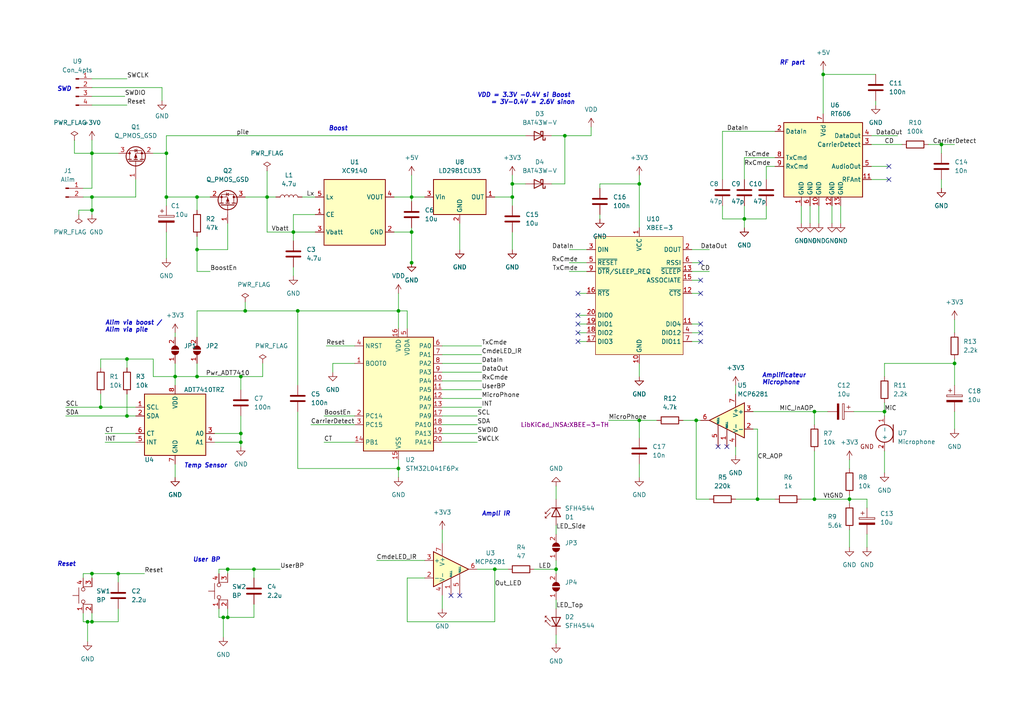
<source format=kicad_sch>
(kicad_sch (version 20211123) (generator eeschema)
  (paper "A4")
  (junction (at 161.29 165.1))
  (junction (at 115.57 135.89))
  (junction (at 201.93 121.92))
  (junction (at 36.83 120.65))
  (junction (at 236.22 119.38))
  (junction (at 69.85 128.27))
  (junction (at 29.21 118.11))
  (junction (at 57.15 57.15))
  (junction (at 119.38 67.31))
  (junction (at 236.22 144.78))
  (junction (at 26.67 180.34))
  (junction (at 119.38 76.2))
  (junction (at 73.66 165.1))
  (junction (at 69.85 125.73))
  (junction (at 66.04 179.07))
  (junction (at 48.26 44.45))
  (junction (at 163.83 39.37))
  (junction (at 143.51 165.1))
  (junction (at 26.67 166.37))
  (junction (at 276.86 105.41))
  (junction (at 115.57 90.17))
  (junction (at 71.12 90.17))
  (junction (at 48.26 57.15))
  (junction (at 238.76 21.59))
  (junction (at 26.67 60.96))
  (junction (at 26.67 57.15))
  (junction (at 57.15 72.39))
  (junction (at 69.85 109.22))
  (junction (at 34.29 166.37))
  (junction (at 148.59 53.34))
  (junction (at 85.09 67.31))
  (junction (at 57.15 109.22))
  (junction (at 36.83 104.14))
  (junction (at 185.42 121.92))
  (junction (at 215.9 63.5))
  (junction (at 66.04 165.1))
  (junction (at 185.42 53.34))
  (junction (at 246.38 144.78))
  (junction (at 25.4 180.34))
  (junction (at 256.54 119.38))
  (junction (at 273.05 41.91))
  (junction (at 50.8 109.22))
  (junction (at 119.38 57.15))
  (junction (at 64.77 179.07))
  (junction (at 86.36 90.17))
  (junction (at 148.59 57.15))
  (junction (at 77.47 57.15))
  (junction (at 26.67 44.45))
  (junction (at 219.71 144.78))
  (no_connect (at 257.81 48.26))
  (no_connect (at 257.81 52.07))
  (no_connect (at 210.82 129.54))
  (no_connect (at 208.28 129.54))
  (no_connect (at 130.81 172.72))
  (no_connect (at 133.35 172.72))
  (no_connect (at 203.2 76.2))
  (no_connect (at 203.2 85.09))
  (no_connect (at 203.2 81.28))
  (no_connect (at 167.64 85.09))
  (no_connect (at 167.64 91.44))
  (no_connect (at 203.2 93.98))
  (no_connect (at 203.2 96.52))
  (no_connect (at 203.2 99.06))
  (no_connect (at 167.64 93.98))
  (no_connect (at 167.64 96.52))
  (no_connect (at 167.64 99.06))
  (wire (pts (xy 19.05 118.11) (xy 29.21 118.11)))
  (wire (pts (xy 66.04 64.77) (xy 66.04 72.39)))
  (wire (pts (xy 86.36 90.17) (xy 71.12 90.17)))
  (wire (pts (xy 69.85 120.65) (xy 69.85 125.73)))
  (wire (pts (xy 44.45 44.45) (xy 48.26 44.45)))
  (wire (pts (xy 119.38 66.04) (xy 119.38 67.31)))
  (wire (pts (xy 62.23 125.73) (xy 69.85 125.73)))
  (wire (pts (xy 201.93 121.92) (xy 201.93 144.78)))
  (wire (pts (xy 163.83 39.37) (xy 171.45 39.37)))
  (wire (pts (xy 115.57 135.89) (xy 115.57 138.43)))
  (wire (pts (xy 241.3 59.69) (xy 241.3 64.77)))
  (wire (pts (xy 256.54 105.41) (xy 256.54 109.22)))
  (wire (pts (xy 93.98 120.65) (xy 102.87 120.65)))
  (wire (pts (xy 276.86 104.14) (xy 276.86 105.41)))
  (wire (pts (xy 24.13 177.8) (xy 24.13 180.34)))
  (wire (pts (xy 26.67 57.15) (xy 26.67 60.96)))
  (wire (pts (xy 173.99 62.23) (xy 173.99 63.5)))
  (wire (pts (xy 123.19 167.64) (xy 118.11 167.64)))
  (wire (pts (xy 115.57 90.17) (xy 115.57 95.25)))
  (wire (pts (xy 25.4 180.34) (xy 25.4 186.055)))
  (wire (pts (xy 138.43 165.1) (xy 143.51 165.1)))
  (wire (pts (xy 252.73 41.91) (xy 261.62 41.91)))
  (wire (pts (xy 73.66 165.1) (xy 81.28 165.1)))
  (wire (pts (xy 26.67 177.8) (xy 26.67 180.34)))
  (wire (pts (xy 213.36 111.76) (xy 213.36 114.3)))
  (wire (pts (xy 19.05 120.65) (xy 36.83 120.65)))
  (wire (pts (xy 252.73 52.07) (xy 257.81 52.07)))
  (wire (pts (xy 26.67 166.37) (xy 26.67 167.64)))
  (wire (pts (xy 236.22 119.38) (xy 240.03 119.38)))
  (wire (pts (xy 232.41 144.78) (xy 236.22 144.78)))
  (wire (pts (xy 128.27 105.41) (xy 139.7 105.41)))
  (wire (pts (xy 185.42 105.41) (xy 185.42 109.22)))
  (wire (pts (xy 200.66 81.28) (xy 203.2 81.28)))
  (wire (pts (xy 143.51 165.1) (xy 147.32 165.1)))
  (wire (pts (xy 50.8 105.41) (xy 50.8 109.22)))
  (wire (pts (xy 34.29 166.37) (xy 34.29 168.91)))
  (wire (pts (xy 96.52 105.41) (xy 96.52 107.95)))
  (wire (pts (xy 251.46 144.78) (xy 251.46 147.32)))
  (wire (pts (xy 200.66 99.06) (xy 203.2 99.06)))
  (wire (pts (xy 219.71 124.46) (xy 219.71 144.78)))
  (wire (pts (xy 238.76 20.32) (xy 238.76 21.59)))
  (wire (pts (xy 48.26 67.31) (xy 48.26 74.93)))
  (wire (pts (xy 71.12 90.17) (xy 57.15 90.17)))
  (wire (pts (xy 69.85 125.73) (xy 69.85 128.27)))
  (wire (pts (xy 200.66 85.09) (xy 203.2 85.09)))
  (wire (pts (xy 29.21 118.11) (xy 39.37 118.11)))
  (wire (pts (xy 209.55 38.1) (xy 209.55 52.07)))
  (wire (pts (xy 48.26 44.45) (xy 48.26 39.37)))
  (wire (pts (xy 46.99 25.4) (xy 46.99 29.21)))
  (wire (pts (xy 128.27 172.72) (xy 128.27 176.53)))
  (wire (pts (xy 276.86 92.71) (xy 276.86 96.52)))
  (wire (pts (xy 232.41 59.69) (xy 232.41 64.77)))
  (wire (pts (xy 50.8 109.22) (xy 57.15 109.22)))
  (wire (pts (xy 24.13 167.64) (xy 24.13 166.37)))
  (wire (pts (xy 26.67 22.86) (xy 36.83 22.86)))
  (wire (pts (xy 161.29 140.97) (xy 161.29 144.78)))
  (wire (pts (xy 236.22 144.78) (xy 246.38 144.78)))
  (wire (pts (xy 128.27 113.03) (xy 139.7 113.03)))
  (wire (pts (xy 185.42 53.34) (xy 185.42 66.04)))
  (wire (pts (xy 91.44 62.23) (xy 85.09 62.23)))
  (wire (pts (xy 69.85 109.22) (xy 76.2 109.22)))
  (wire (pts (xy 224.79 38.1) (xy 209.55 38.1)))
  (wire (pts (xy 215.9 45.72) (xy 215.9 52.07)))
  (wire (pts (xy 148.59 67.31) (xy 148.59 72.39)))
  (wire (pts (xy 69.85 128.27) (xy 69.85 129.54)))
  (wire (pts (xy 66.04 165.1) (xy 73.66 165.1)))
  (wire (pts (xy 246.38 133.35) (xy 246.38 135.89)))
  (wire (pts (xy 71.12 87.63) (xy 71.12 90.17)))
  (wire (pts (xy 198.12 121.92) (xy 201.93 121.92)))
  (wire (pts (xy 57.15 90.17) (xy 57.15 97.79)))
  (wire (pts (xy 256.54 119.38) (xy 256.54 120.65)))
  (wire (pts (xy 200.66 93.98) (xy 203.2 93.98)))
  (wire (pts (xy 167.64 85.09) (xy 170.18 85.09)))
  (wire (pts (xy 238.76 21.59) (xy 254 21.59)))
  (wire (pts (xy 201.93 144.78) (xy 205.74 144.78)))
  (wire (pts (xy 30.48 125.73) (xy 39.37 125.73)))
  (wire (pts (xy 167.64 99.06) (xy 170.18 99.06)))
  (wire (pts (xy 48.26 57.15) (xy 57.15 57.15)))
  (wire (pts (xy 276.86 119.38) (xy 276.86 124.46)))
  (wire (pts (xy 246.38 144.78) (xy 246.38 146.05)))
  (wire (pts (xy 34.29 166.37) (xy 41.91 166.37)))
  (wire (pts (xy 173.99 54.61) (xy 173.99 53.34)))
  (wire (pts (xy 224.79 48.26) (xy 222.25 48.26)))
  (wire (pts (xy 246.38 143.51) (xy 246.38 144.78)))
  (wire (pts (xy 57.15 57.15) (xy 57.15 60.96)))
  (wire (pts (xy 85.09 77.47) (xy 85.09 80.01)))
  (wire (pts (xy 254 29.21) (xy 254 30.48)))
  (wire (pts (xy 29.21 104.14) (xy 36.83 104.14)))
  (wire (pts (xy 119.38 67.31) (xy 119.38 76.2)))
  (wire (pts (xy 200.66 76.2) (xy 203.2 76.2)))
  (wire (pts (xy 215.9 63.5) (xy 222.25 63.5)))
  (wire (pts (xy 252.73 48.26) (xy 257.81 48.26)))
  (wire (pts (xy 29.21 106.68) (xy 29.21 104.14)))
  (wire (pts (xy 200.66 96.52) (xy 203.2 96.52)))
  (wire (pts (xy 171.45 36.83) (xy 171.45 39.37)))
  (wire (pts (xy 185.42 121.92) (xy 190.5 121.92)))
  (wire (pts (xy 128.27 123.19) (xy 138.43 123.19)))
  (wire (pts (xy 160.02 53.34) (xy 163.83 53.34)))
  (wire (pts (xy 256.54 105.41) (xy 276.86 105.41)))
  (wire (pts (xy 115.57 90.17) (xy 86.36 90.17)))
  (wire (pts (xy 209.55 59.69) (xy 209.55 63.5)))
  (wire (pts (xy 26.67 44.45) (xy 26.67 54.61)))
  (wire (pts (xy 218.44 124.46) (xy 219.71 124.46)))
  (wire (pts (xy 76.2 105.41) (xy 76.2 109.22)))
  (wire (pts (xy 273.05 41.91) (xy 276.86 41.91)))
  (wire (pts (xy 203.2 121.92) (xy 201.93 121.92)))
  (wire (pts (xy 66.04 165.1) (xy 66.04 166.37)))
  (wire (pts (xy 87.63 57.15) (xy 91.44 57.15)))
  (wire (pts (xy 115.57 133.35) (xy 115.57 135.89)))
  (wire (pts (xy 57.15 109.22) (xy 69.85 109.22)))
  (wire (pts (xy 86.36 135.89) (xy 115.57 135.89)))
  (wire (pts (xy 238.76 21.59) (xy 238.76 33.02)))
  (wire (pts (xy 246.38 144.78) (xy 251.46 144.78)))
  (wire (pts (xy 128.27 102.87) (xy 139.7 102.87)))
  (wire (pts (xy 50.8 109.22) (xy 44.45 109.22)))
  (wire (pts (xy 246.38 153.67) (xy 246.38 158.75)))
  (wire (pts (xy 161.29 152.4) (xy 161.29 154.94)))
  (wire (pts (xy 247.65 119.38) (xy 256.54 119.38)))
  (wire (pts (xy 24.13 54.61) (xy 26.67 54.61)))
  (wire (pts (xy 143.51 57.15) (xy 148.59 57.15)))
  (wire (pts (xy 118.11 90.17) (xy 115.57 90.17)))
  (wire (pts (xy 185.42 50.8) (xy 185.42 53.34)))
  (wire (pts (xy 36.83 114.3) (xy 36.83 120.65)))
  (wire (pts (xy 167.64 91.44) (xy 170.18 91.44)))
  (wire (pts (xy 24.13 166.37) (xy 26.67 166.37)))
  (wire (pts (xy 39.37 52.07) (xy 39.37 57.15)))
  (wire (pts (xy 128.27 100.33) (xy 139.7 100.33)))
  (wire (pts (xy 252.73 39.37) (xy 260.35 39.37)))
  (wire (pts (xy 215.9 63.5) (xy 215.9 66.04)))
  (wire (pts (xy 25.4 180.34) (xy 26.67 180.34)))
  (wire (pts (xy 34.29 176.53) (xy 34.29 180.34)))
  (wire (pts (xy 161.29 184.15) (xy 161.29 186.69)))
  (wire (pts (xy 26.67 44.45) (xy 34.29 44.45)))
  (wire (pts (xy 167.64 96.52) (xy 170.18 96.52)))
  (wire (pts (xy 30.48 128.27) (xy 39.37 128.27)))
  (wire (pts (xy 165.1 78.74) (xy 170.18 78.74)))
  (wire (pts (xy 57.15 105.41) (xy 57.15 109.22)))
  (wire (pts (xy 63.5 179.07) (xy 64.77 179.07)))
  (wire (pts (xy 24.13 180.34) (xy 25.4 180.34)))
  (wire (pts (xy 114.3 67.31) (xy 119.38 67.31)))
  (wire (pts (xy 26.67 60.96) (xy 26.67 62.23)))
  (wire (pts (xy 128.27 128.27) (xy 138.43 128.27)))
  (wire (pts (xy 273.05 41.91) (xy 273.05 44.45)))
  (wire (pts (xy 26.67 25.4) (xy 46.99 25.4)))
  (wire (pts (xy 69.85 109.22) (xy 69.85 113.03)))
  (wire (pts (xy 148.59 53.34) (xy 152.4 53.34)))
  (wire (pts (xy 213.36 144.78) (xy 219.71 144.78)))
  (wire (pts (xy 236.22 130.81) (xy 236.22 144.78)))
  (wire (pts (xy 234.95 59.69) (xy 234.95 64.77)))
  (wire (pts (xy 66.04 72.39) (xy 57.15 72.39)))
  (wire (pts (xy 222.25 59.69) (xy 222.25 63.5)))
  (wire (pts (xy 128.27 107.95) (xy 139.7 107.95)))
  (wire (pts (xy 93.98 128.27) (xy 102.87 128.27)))
  (wire (pts (xy 185.42 134.62) (xy 185.42 138.43)))
  (wire (pts (xy 44.45 104.14) (xy 36.83 104.14)))
  (wire (pts (xy 57.15 68.58) (xy 57.15 72.39)))
  (wire (pts (xy 86.36 119.38) (xy 86.36 135.89)))
  (wire (pts (xy 85.09 62.23) (xy 85.09 67.31)))
  (wire (pts (xy 163.83 39.37) (xy 163.83 53.34)))
  (wire (pts (xy 86.36 90.17) (xy 86.36 111.76)))
  (wire (pts (xy 63.5 165.1) (xy 66.04 165.1)))
  (wire (pts (xy 176.53 121.92) (xy 185.42 121.92)))
  (wire (pts (xy 128.27 118.11) (xy 139.7 118.11)))
  (wire (pts (xy 118.11 95.25) (xy 118.11 90.17)))
  (wire (pts (xy 133.35 64.77) (xy 133.35 72.39)))
  (wire (pts (xy 128.27 125.73) (xy 138.43 125.73)))
  (wire (pts (xy 154.94 165.1) (xy 161.29 165.1)))
  (wire (pts (xy 36.83 104.14) (xy 36.83 106.68)))
  (wire (pts (xy 148.59 50.8) (xy 148.59 53.34)))
  (wire (pts (xy 256.54 116.84) (xy 256.54 119.38)))
  (wire (pts (xy 22.86 62.23) (xy 22.86 60.96)))
  (wire (pts (xy 161.29 165.1) (xy 161.29 166.37)))
  (wire (pts (xy 50.8 134.62) (xy 50.8 138.43)))
  (wire (pts (xy 200.66 72.39) (xy 205.74 72.39)))
  (wire (pts (xy 224.79 45.72) (xy 215.9 45.72)))
  (wire (pts (xy 273.05 52.07) (xy 273.05 54.61)))
  (wire (pts (xy 96.52 105.41) (xy 102.87 105.41)))
  (wire (pts (xy 119.38 50.8) (xy 119.38 57.15)))
  (wire (pts (xy 165.1 72.39) (xy 170.18 72.39)))
  (wire (pts (xy 85.09 67.31) (xy 91.44 67.31)))
  (wire (pts (xy 148.59 53.34) (xy 148.59 57.15)))
  (wire (pts (xy 128.27 110.49) (xy 139.7 110.49)))
  (wire (pts (xy 24.13 57.15) (xy 26.67 57.15)))
  (wire (pts (xy 66.04 176.53) (xy 66.04 179.07)))
  (wire (pts (xy 63.5 176.53) (xy 63.5 179.07)))
  (wire (pts (xy 115.57 85.09) (xy 115.57 90.17)))
  (wire (pts (xy 48.26 39.37) (xy 152.4 39.37)))
  (wire (pts (xy 161.29 162.56) (xy 161.29 165.1)))
  (wire (pts (xy 114.3 57.15) (xy 119.38 57.15)))
  (wire (pts (xy 50.8 109.22) (xy 50.8 111.76)))
  (wire (pts (xy 73.66 165.1) (xy 73.66 167.64)))
  (wire (pts (xy 26.67 30.48) (xy 36.83 30.48)))
  (wire (pts (xy 26.67 57.15) (xy 39.37 57.15)))
  (wire (pts (xy 64.77 179.07) (xy 66.04 179.07)))
  (wire (pts (xy 118.11 167.64) (xy 118.11 180.34)))
  (wire (pts (xy 22.86 60.96) (xy 26.67 60.96)))
  (wire (pts (xy 237.49 59.69) (xy 237.49 64.77)))
  (wire (pts (xy 165.1 76.2) (xy 170.18 76.2)))
  (wire (pts (xy 77.47 57.15) (xy 77.47 67.31)))
  (wire (pts (xy 213.36 129.54) (xy 213.36 132.08)))
  (wire (pts (xy 173.99 53.34) (xy 185.42 53.34)))
  (wire (pts (xy 215.9 59.69) (xy 215.9 63.5)))
  (wire (pts (xy 276.86 105.41) (xy 276.86 111.76)))
  (wire (pts (xy 26.67 44.45) (xy 21.59 44.45)))
  (wire (pts (xy 256.54 130.81) (xy 256.54 137.16)))
  (wire (pts (xy 269.24 41.91) (xy 273.05 41.91)))
  (wire (pts (xy 29.21 114.3) (xy 29.21 118.11)))
  (wire (pts (xy 21.59 40.64) (xy 21.59 44.45)))
  (wire (pts (xy 219.71 144.78) (xy 224.79 144.78)))
  (wire (pts (xy 236.22 119.38) (xy 236.22 123.19)))
  (wire (pts (xy 185.42 121.92) (xy 185.42 127)))
  (wire (pts (xy 64.77 179.07) (xy 64.77 184.785)))
  (wire (pts (xy 50.8 96.52) (xy 50.8 97.79)))
  (wire (pts (xy 218.44 119.38) (xy 236.22 119.38)))
  (wire (pts (xy 62.23 128.27) (xy 69.85 128.27)))
  (wire (pts (xy 222.25 48.26) (xy 222.25 52.07)))
  (wire (pts (xy 243.84 59.69) (xy 243.84 64.77)))
  (wire (pts (xy 200.66 78.74) (xy 205.74 78.74)))
  (wire (pts (xy 48.26 57.15) (xy 48.26 59.69)))
  (wire (pts (xy 128.27 120.65) (xy 138.43 120.65)))
  (wire (pts (xy 26.67 40.64) (xy 26.67 44.45)))
  (wire (pts (xy 36.83 120.65) (xy 39.37 120.65)))
  (wire (pts (xy 66.04 179.07) (xy 73.66 179.07)))
  (wire (pts (xy 57.15 78.74) (xy 60.96 78.74)))
  (wire (pts (xy 26.67 180.34) (xy 34.29 180.34)))
  (wire (pts (xy 251.46 154.94) (xy 251.46 158.75)))
  (wire (pts (xy 143.51 180.34) (xy 143.51 165.1)))
  (wire (pts (xy 109.22 162.56) (xy 123.19 162.56)))
  (wire (pts (xy 57.15 72.39) (xy 57.15 78.74)))
  (wire (pts (xy 90.17 123.19) (xy 102.87 123.19)))
  (wire (pts (xy 77.47 67.31) (xy 85.09 67.31)))
  (wire (pts (xy 94.615 100.33) (xy 102.87 100.33)))
  (wire (pts (xy 128.27 115.57) (xy 139.7 115.57)))
  (wire (pts (xy 148.59 57.15) (xy 148.59 59.69)))
  (wire (pts (xy 119.38 57.15) (xy 119.38 58.42)))
  (wire (pts (xy 209.55 63.5) (xy 215.9 63.5)))
  (wire (pts (xy 48.26 57.15) (xy 48.26 44.45)))
  (wire (pts (xy 128.27 153.67) (xy 128.27 157.48)))
  (wire (pts (xy 44.45 109.22) (xy 44.45 104.14)))
  (wire (pts (xy 63.5 166.37) (xy 63.5 165.1)))
  (wire (pts (xy 73.66 175.26) (xy 73.66 179.07)))
  (wire (pts (xy 167.64 93.98) (xy 170.18 93.98)))
  (wire (pts (xy 60.96 57.15) (xy 57.15 57.15)))
  (wire (pts (xy 26.67 166.37) (xy 34.29 166.37)))
  (wire (pts (xy 118.11 180.34) (xy 143.51 180.34)))
  (wire (pts (xy 160.02 39.37) (xy 163.83 39.37)))
  (wire (pts (xy 71.12 57.15) (xy 77.47 57.15)))
  (wire (pts (xy 161.29 173.99) (xy 161.29 176.53)))
  (wire (pts (xy 80.01 57.15) (xy 77.47 57.15)))
  (wire (pts (xy 26.67 27.94) (xy 36.195 27.94)))
  (wire (pts (xy 77.47 49.53) (xy 77.47 57.15)))
  (wire (pts (xy 85.09 69.85) (xy 85.09 67.31)))
  (wire (pts (xy 119.38 57.15) (xy 123.19 57.15)))
  (text "Ampli IR\n" (at 139.7 149.86 0) (effects (font (size 1.27 1.27) (thickness 0.254) bold italic) (justify left bottom)))
  (text "Boost\n" (at 95.25 38.1 0) (effects (font (size 1.27 1.27) (thickness 0.254) bold italic) (justify left bottom)))
  (text "Reset" (at 16.51 164.465 0) (effects (font (size 1.27 1.27) bold italic) (justify left bottom)))
  (text "RF part\n" (at 226.06 19.05 0) (effects (font (size 1.27 1.27) (thickness 0.254) bold italic) (justify left bottom)))
  (text "Alim via boost /\nAlim via pile" (at 30.48 96.52 0) (effects (font (size 1.27 1.27) (thickness 0.254) bold italic) (justify left bottom)))
  (text "Amplificateur\nMicrophone\n" (at 220.98 111.76 0) (effects (font (size 1.27 1.27) (thickness 0.254) bold italic) (justify left bottom)))
  (text "VDD = 3.3V -0.4V si Boost\n    = 3V-0.4V = 2.6V sinon" (at 138.43 30.48 0) (effects (font (size 1.27 1.27) (thickness 0.254) bold italic) (justify left bottom)))
  (text "Temp Sensor" (at 53.34 135.89 0) (effects (font (size 1.27 1.27) (thickness 0.254) bold italic) (justify left bottom)))
  (text "User BP\n" (at 55.88 163.195 0) (effects (font (size 1.27 1.27) bold italic) (justify left bottom)))
  (text "SWD" (at 16.51 26.67 0) (effects (font (size 1.27 1.27) bold italic) (justify left bottom)))
  (label "CD" (at 203.2 78.74 0))
  (label "DataIn" (at 139.7 105.41 0))
  (label "Reset" (at 36.83 30.48 0))
  (label "TxCmde" (at 139.7 100.33 0))
  (label "TxCmde" (at 167.64 78.74 180))
  (label "CarrierDetect" (at 90.17 123.19 0))
  (label "RxCmde" (at 167.64 76.2 180))
  (label "BoostEn" (at 60.96 78.74 0))
  (label "SCL" (at 138.43 120.65 0))
  (label "SDA" (at 138.43 123.19 0))
  (label "VtGND" (at 238.76 144.78 0))
  (label "RxCmde" (at 139.7 110.49 0))
  (label "INT" (at 30.48 128.27 0))
  (label "SWCLK" (at 138.43 128.27 0))
  (label "Pwr_ADT7410" (at 59.69 109.22 0))
  (label "Lx" (at 88.9 57.15 0))
  (label "TxCmde" (at 215.9 45.72 0))
  (label "Reset" (at 94.615 100.33 0))
  (label "LED_Top" (at 161.29 176.53 0))
  (label "SWDIO" (at 36.195 27.94 0))
  (label "Vbatt" (at 78.74 67.31 0))
  (label "CmdeLED_IR" (at 139.7 102.87 0))
  (label "BoostEn" (at 93.98 120.65 0))
  (label "DataIn" (at 166.37 72.39 180))
  (label "CarrierDetect" (at 270.51 41.91 0))
  (label "LED" (at 156.21 165.1 0))
  (label "CR_AOP" (at 219.71 133.35 0))
  (label "SWCLK" (at 36.83 22.86 0))
  (label "UserBP" (at 81.28 165.1 0))
  (label "MicroPhone" (at 176.53 121.92 0))
  (label "DataIn" (at 210.82 38.1 0))
  (label "RxCmde" (at 223.52 48.26 180))
  (label "MicroPhone" (at 139.7 115.57 0))
  (label "INT" (at 139.7 118.11 0))
  (label "Out_LED" (at 143.51 170.18 0))
  (label "CT" (at 30.48 125.73 0))
  (label "MIC_InAOP" (at 226.06 119.38 0))
  (label "UserBP" (at 139.7 113.03 0))
  (label "MiC" (at 256.54 119.38 0))
  (label "SDA" (at 19.05 120.65 0))
  (label "LED_Side" (at 161.29 153.67 0))
  (label "CD" (at 256.54 41.91 0))
  (label "Reset" (at 41.91 166.37 0))
  (label "DataOut" (at 139.7 107.95 0))
  (label "CmdeLED_IR" (at 109.22 162.56 0))
  (label "SCL" (at 19.05 118.11 0))
  (label "pile" (at 68.58 39.37 0))
  (label "DataOut" (at 254 39.37 0))
  (label "DataOut" (at 203.2 72.39 0))
  (label "SWDIO" (at 138.43 125.73 0))
  (label "CT" (at 93.98 128.27 0))
  (symbol (lib_id "Device:R") (at 151.13 165.1 270) (mirror x) (unit 1)
    (property "Reference" "R4" (at 151.13 158.75 90))
    (property "Value" "47" (at 151.13 161.29 90))
    (property "Footprint" "Resistor_SMD:R_1206_3216Metric" (effects hide))
  )
  (symbol (lib_id "power:GND") (at 128.27 176.53 0) (unit 1)
    (property "Reference" "#PWR017" (effects hide))
    (property "Value" "GND" (at 128.27 181.61 0))
  )
  (symbol (lib_id "power:GND") (at 251.46 158.75 0) (unit 1)
    (property "Reference" "#PWR037" (effects hide))
    (property "Value" "GND" (at 251.46 163.83 0))
  )
  (symbol (lib_id "power:GND") (at 69.85 129.54 0) (unit 1)
    (property "Reference" "#PWR023" (effects hide))
    (property "Value" "GND" (at 69.85 134.62 0))
  )
  (symbol (lib_id "Insa:XBEE-3") (at 185.42 105.41 0) (unit 1)
    (property "Reference" "U10" (at 187.4394 63.5 0) (effects (justify left)))
    (property "Value" "XBEE-3" (at 187.4394 66.04 0) (effects (justify left)))
    (property "Footprint" "LibKiCad_INSA:XBEE-3-TH" (at 163.83 123.19 0))
  )
  (symbol (lib_id "power:GND") (at 85.09 80.01 0) (unit 1)
    (property "Reference" "#PWR09" (effects hide))
    (property "Value" "GND" (at 85.09 85.09 0))
  )
  (symbol (lib_id "Device:C") (at 148.59 63.5 0) (unit 1)
    (property "Reference" "C15" (at 152.4 62.2299 0) (effects (justify left)))
    (property "Value" "10u" (at 152.4 64.7699 0) (effects (justify left)))
    (property "Footprint" "Capacitor_SMD:C_1812_4532Metric" (effects hide))
  )
  (symbol (lib_id "power:PWR_FLAG") (at 71.12 87.63 0) (mirror y) (unit 1)
    (property "Reference" "#FLG0101" (effects hide))
    (property "Value" "PWR_FLAG" (at 73.66 82.55 0))
  )
  (symbol (lib_id "power:GND") (at 133.35 72.39 0) (unit 1)
    (property "Reference" "#PWR042" (effects hide))
    (property "Value" "GND" (at 133.35 77.47 0))
  )
  (symbol (lib_id "Device:C_Polarized") (at 251.46 151.13 0) (unit 1)
    (property "Reference" "C13" (at 255.27 148.9709 0) (effects (justify left)))
    (property "Value" "10u" (at 255.27 151.5109 0) (effects (justify left)))
    (property "Footprint" "Capacitor_Tantalum_SMD:CP_EIA-7132-20_AVX-U" (effects hide))
  )
  (symbol (lib_id "Device:C") (at 73.66 171.45 0) (unit 1)
    (property "Reference" "C4" (at 77.47 170.1799 0) (effects (justify left)))
    (property "Value" "2.2u" (at 77.47 172.7199 0) (effects (justify left)))
    (property "Footprint" "Capacitor_SMD:C_1812_4532Metric" (effects hide))
  )
  (symbol (lib_id "power:+5V") (at 238.76 20.32 0) (unit 1)
    (property "Reference" "#PWR029" (effects hide))
    (property "Value" "+5V" (at 238.76 15.24 0))
  )
  (symbol (lib_id "power:GND") (at 241.3 64.77 0) (unit 1)
    (property "Reference" "#PWR032" (effects hide))
    (property "Value" "GND" (at 241.3 69.85 0))
  )
  (symbol (lib_id "power:GND") (at 161.29 140.97 0) (mirror x) (unit 1)
    (property "Reference" "#PWR021" (effects hide))
    (property "Value" "GND" (at 161.29 135.89 0))
  )
  (symbol (lib_id "power:GND") (at 148.59 72.39 0) (unit 1)
    (property "Reference" "#PWR045" (effects hide))
    (property "Value" "GND" (at 148.59 77.47 0))
  )
  (symbol (lib_id "power:GND") (at 50.8 138.43 0) (unit 1)
    (property "Reference" "#PWR019" (effects hide))
    (property "Value" "GND" (at 50.8 143.51 0))
  )
  (symbol (lib_id "Device:R") (at 276.86 100.33 0) (mirror y) (unit 1)
    (property "Reference" "R13" (at 279.4 99.0599 0) (effects (justify right)))
    (property "Value" "2.2k" (at 279.4 101.5999 0) (effects (justify right)))
    (property "Footprint" "Resistor_SMD:R_1206_3216Metric" (effects hide))
  )
  (symbol (lib_id "LibKiCad_PjtDeviceManagePV:Microphone") (at 256.54 125.73 0) (unit 1)
    (property "Reference" "U7" (at 260.35 125.6021 0) (effects (justify left)))
    (property "Value" "Microphone" (at 260.35 128.1421 0) (effects (justify left)))
    (property "Footprint" "LibKiCad_PjtDeviceManagePV:Microphone" (effects hide))
  )
  (symbol (lib_id "Device:C") (at 209.55 55.88 0) (unit 1)
    (property "Reference" "C8" (at 205.74 53.34 0) (effects (justify left)))
    (property "Value" "47p" (at 205.74 58.42 0) (effects (justify left)))
    (property "Footprint" "Capacitor_SMD:C_0805_2012Metric" (effects hide))
  )
  (symbol (lib_id "Device:C_Polarized") (at 276.86 115.57 0) (unit 1)
    (property "Reference" "C18" (at 280.67 113.4109 0) (effects (justify left)))
    (property "Value" "10u" (at 280.67 115.9509 0) (effects (justify left)))
    (property "Footprint" "Capacitor_Tantalum_SMD:CP_EIA-7132-20_AVX-U" (effects hide))
  )
  (symbol (lib_id "Device:C") (at 69.85 116.84 0) (unit 1)
    (property "Reference" "C7" (at 73.66 115.5699 0) (effects (justify left)))
    (property "Value" "100n" (at 73.66 118.1099 0) (effects (justify left)))
    (property "Footprint" "Capacitor_SMD:C_1206_3216Metric" (effects hide))
  )
  (symbol (lib_id "LibKiCad_PjtDeviceManagePV:SwitchBP") (at 64.77 171.45 90) (unit 1)
    (property "Reference" "SW2" (at 67.31 170.1799 90) (effects (justify right)))
    (property "Value" "BP" (at 67.31 172.7199 90) (effects (justify right)))
    (property "Footprint" "LibKiCad_PjtDeviceManagePV:SW" (effects hide))
  )
  (symbol (lib_id "Jumper:SolderJumper_2_Open") (at 57.15 101.6 90) (unit 1)
    (property "Reference" "JP2" (at 59.69 100.3299 90) (effects (justify right)))
    (property "Value" "SolderJumper_2_Open" (effects hide))
    (property "Footprint" "Jumper:SolderJumper-2_P1.3mm_Open_TrianglePad1.0x1.5mm" (effects hide))
  )
  (symbol (lib_id "LibKiCad_PjtDeviceManagePV:XC9140") (at 102.87 63.5 0) (unit 1)
    (property "Reference" "U1" (at 102.87 46.99 0))
    (property "Value" "XC9140" (at 102.87 49.53 0))
    (property "Footprint" "Package_TO_SOT_SMD:SOT-23-5" (effects hide))
  )
  (symbol (lib_id "Jumper:SolderJumper_2_Open") (at 161.29 158.75 90) (unit 1)
    (property "Reference" "JP3" (at 163.83 157.4799 90) (effects (justify right)))
    (property "Value" "SolderJumper_2_Open" (effects hide))
    (property "Footprint" "Jumper:SolderJumper-2_P1.3mm_Open_TrianglePad1.0x1.5mm" (effects hide))
  )
  (symbol (lib_id "power:GND") (at 215.9 66.04 0) (unit 1)
    (property "Reference" "#PWR024" (effects hide))
    (property "Value" "GND" (at 215.9 71.12 0))
  )
  (symbol (lib_id "Device:Q_PMOS_GSD") (at 39.37 46.99 90) (unit 1)
    (property "Reference" "Q1" (at 39.37 36.83 90))
    (property "Value" "Q_PMOS_GSD" (at 39.37 39.37 90))
    (property "Footprint" "Package_TO_SOT_SMD:SOT-23" (effects hide))
  )
  (symbol (lib_id "power:+3.3V") (at 148.59 50.8 0) (unit 1)
    (property "Reference" "#PWR044" (effects hide))
    (property "Value" "+3.3V" (at 148.59 45.72 0))
  )
  (symbol (lib_id "power:GND") (at 64.77 184.785 0) (unit 1)
    (property "Reference" "#PWR08" (effects hide))
    (property "Value" "GND" (at 64.77 189.865 0))
  )
  (symbol (lib_id "power:GND") (at 119.38 76.2 0) (unit 1)
    (property "Reference" "#PWR012" (effects hide))
    (property "Value" "GND" (at 119.38 81.28 0))
  )
  (symbol (lib_id "power:+5V") (at 119.38 50.8 0) (unit 1)
    (property "Reference" "#PWR011" (effects hide))
    (property "Value" "+5V" (at 119.38 45.72 0))
  )
  (symbol (lib_id "Diode:BAT43W-V") (at 156.21 39.37 180) (unit 1)
    (property "Reference" "D3" (at 156.5275 33.02 0))
    (property "Value" "BAT43W-V" (at 156.5275 35.56 0))
    (property "Footprint" "Diode_SMD:D_SOD-123" (effects hide))
    (property "Datasheet" "http://www.vishay.com/docs/85660/bat42.pdf" (effects hide))
  )
  (symbol (lib_id "LibKiCad_PjtDeviceManagePV:ADT7410TRZ") (at 50.8 124.46 0) (unit 1)
    (property "Reference" "U4" (at 41.91 133.35 0) (effects (justify left)))
    (property "Value" "ADT7410TRZ" (at 53.34 113.03 0) (effects (justify left)))
    (property "Footprint" "Package_SO:SOP-8_3.9x4.9mm_P1.27mm" (effects hide))
  )
  (symbol (lib_id "power:+3.3V") (at 246.38 133.35 0) (unit 1)
    (property "Reference" "#PWR050" (effects hide))
    (property "Value" "+3.3V" (at 246.38 128.27 0))
  )
  (symbol (lib_id "power:GND") (at 234.95 64.77 0) (unit 1)
    (property "Reference" "#PWR027" (effects hide))
    (property "Value" "GND" (at 234.95 69.85 0))
  )
  (symbol (lib_id "Device:C") (at 215.9 55.88 0) (unit 1)
    (property "Reference" "C9" (at 212.09 53.34 0) (effects (justify left)))
    (property "Value" "47p" (at 212.09 58.42 0) (effects (justify left)))
    (property "Footprint" "Capacitor_SMD:C_0805_2012Metric" (effects hide))
  )
  (symbol (lib_id "power:GND") (at 276.86 124.46 0) (mirror y) (unit 1)
    (property "Reference" "#PWR052" (effects hide))
    (property "Value" "GND" (at 276.86 129.54 0))
  )
  (symbol (lib_id "LibKiCad_PjtDeviceManagePV:LD2981CU33") (at 133.35 57.15 0) (unit 1)
    (property "Reference" "U8" (at 133.35 46.99 0))
    (property "Value" "LD2981CU33" (at 133.35 49.53 0))
    (property "Footprint" "Package_TO_SOT_SMD:SOT-89-3_Handsoldering" (effects hide))
  )
  (symbol (lib_id "Connector:Conn_01x02_Male") (at 19.05 54.61 0) (unit 1)
    (property "Reference" "J1" (at 19.685 49.53 0))
    (property "Value" "Alim" (at 19.685 52.07 0))
    (property "Footprint" "LibKiCad_PjtDeviceManagePV:PinHeader2pts" (effects hide))
  )
  (symbol (lib_id "power:PWR_FLAG") (at 77.47 49.53 0) (unit 1)
    (property "Reference" "#FLG03" (effects hide))
    (property "Value" "PWR_FLAG" (at 77.47 44.45 0))
  )
  (symbol (lib_id "power:GND") (at 161.29 186.69 0) (unit 1)
    (property "Reference" "#PWR022" (effects hide))
    (property "Value" "GND" (at 161.29 191.77 0))
  )
  (symbol (lib_id "power:+3V0") (at 26.67 40.64 0) (unit 1)
    (property "Reference" "#PWR01" (effects hide))
    (property "Value" "+3V0" (at 26.67 35.56 0))
  )
  (symbol (lib_id "Device:R") (at 246.38 149.86 0) (mirror y) (unit 1)
    (property "Reference" "R9" (at 240.03 149.86 0) (effects (justify right)))
    (property "Value" "5.6k" (at 240.03 152.4 0) (effects (justify right)))
    (property "Footprint" "Resistor_SMD:R_1206_3216Metric" (effects hide))
  )
  (symbol (lib_id "Device:R") (at 29.21 110.49 0) (mirror y) (unit 1)
    (property "Reference" "R1" (at 31.75 109.2199 0) (effects (justify right)))
    (property "Value" "10k" (at 31.75 111.7599 0) (effects (justify right)))
    (property "Footprint" "Resistor_SMD:R_1206_3216Metric" (effects hide))
  )
  (symbol (lib_id "power:GND") (at 50.8 138.43 0) (unit 1)
    (property "Reference" "#PWR020" (effects hide))
    (property "Value" "GND" (at 50.8 143.51 0))
  )
  (symbol (lib_id "power:GND") (at 25.4 186.055 0) (unit 1)
    (property "Reference" "#PWR04" (effects hide))
    (property "Value" "GND" (at 25.4 191.135 0))
  )
  (symbol (lib_id "power:GND") (at 173.99 63.5 0) (unit 1)
    (property "Reference" "#PWR07" (effects hide))
    (property "Value" "GND" (at 173.99 68.58 0))
  )
  (symbol (lib_id "Device:R") (at 246.38 139.7 0) (mirror y) (unit 1)
    (property "Reference" "R8" (at 248.92 138.4299 0) (effects (justify right)))
    (property "Value" "10k" (at 248.92 140.9699 0) (effects (justify right)))
    (property "Footprint" "Resistor_SMD:R_1206_3216Metric" (effects hide))
  )
  (symbol (lib_id "power:GND") (at 254 30.48 0) (unit 1)
    (property "Reference" "#PWR034" (effects hide))
    (property "Value" "GND" (at 254 35.56 0))
  )
  (symbol (lib_id "Device:Q_PMOS_GSD") (at 66.04 59.69 270) (mirror x) (unit 1)
    (property "Reference" "Q2" (at 66.04 49.53 90))
    (property "Value" "Q_PMOS_GSD" (at 66.04 52.07 90))
    (property "Footprint" "Package_TO_SOT_SMD:SOT-23" (effects hide))
  )
  (symbol (lib_id "LibKiCad_PjtDeviceManagePV:Con_4pts") (at 25.4 19.05 0) (unit 1)
    (property "Reference" "U9" (at 22.4282 17.78 0))
    (property "Value" "Con_4pts" (at 22.4282 20.32 0))
    (property "Footprint" "LibKiCad_PjtDeviceManagePV:PinHeader4pts" (effects hide))
  )
  (symbol (lib_id "Device:R") (at 57.15 64.77 0) (unit 1)
    (property "Reference" "R2" (at 59.69 63.4999 0) (effects (justify left)))
    (property "Value" "47k" (at 59.69 66.0399 0) (effects (justify left)))
    (property "Footprint" "Resistor_SMD:R_1206_3216Metric" (effects hide))
  )
  (symbol (lib_id "power:+3.3V") (at 276.86 92.71 0) (unit 1)
    (property "Reference" "#PWR051" (effects hide))
    (property "Value" "+3.3V" (at 276.86 87.63 0))
  )
  (symbol (lib_id "power:GND") (at 48.26 74.93 0) (unit 1)
    (property "Reference" "#PWR05" (effects hide))
    (property "Value" "GND" (at 48.26 80.01 0))
  )
  (symbol (lib_id "Device:C") (at 34.29 172.72 0) (unit 1)
    (property "Reference" "C2" (at 38.1 171.4499 0) (effects (justify left)))
    (property "Value" "2.2u" (at 38.1 173.9899 0) (effects (justify left)))
    (property "Footprint" "Capacitor_SMD:C_1812_4532Metric" (effects hide))
  )
  (symbol (lib_id "power:GND") (at 232.41 64.77 0) (unit 1)
    (property "Reference" "#PWR026" (effects hide))
    (property "Value" "GND" (at 232.41 69.85 0))
  )
  (symbol (lib_id "Device:C") (at 119.38 62.23 0) (unit 1)
    (property "Reference" "C6" (at 123.19 60.9599 0) (effects (justify left)))
    (property "Value" "10u" (at 123.19 63.4999 0) (effects (justify left)))
    (property "Footprint" "Capacitor_SMD:C_1812_4532Metric" (effects hide))
  )
  (symbol (lib_id "Jumper:SolderJumper_2_Open") (at 161.29 170.18 90) (unit 1)
    (property "Reference" "JP4" (at 163.83 168.9099 90) (effects (justify right)))
    (property "Value" "SolderJumper_2_Open" (effects hide))
    (property "Footprint" "Jumper:SolderJumper-2_P1.3mm_Open_TrianglePad1.0x1.5mm" (effects hide))
  )
  (symbol (lib_id "power:GND") (at 185.42 138.43 0) (unit 1)
    (property "Reference" "#PWR048" (effects hide))
    (property "Value" "GND" (at 185.42 143.51 0))
  )
  (symbol (lib_id "Device:C") (at 173.99 58.42 0) (unit 1)
    (property "Reference" "C16" (at 177.8 57.1499 0) (effects (justify left)))
    (property "Value" "100n" (at 177.8 59.6899 0) (effects (justify left)))
    (property "Footprint" "Capacitor_SMD:C_1206_3216Metric" (effects hide))
  )
  (symbol (lib_id "LED:SFH4546") (at 161.29 179.07 90) (unit 1)
    (property "Reference" "D2" (at 163.83 178.9429 90) (effects (justify right)))
    (property "Value" "SFH4544" (at 163.83 181.4829 90) (effects (justify right)))
    (property "Footprint" "LED_THT:LED_D5.0mm_IRGrey" (effects hide))
    (property "Datasheet" "http://www.osram-os.com/Graphics/XPic1/00101982_0.pdf" (effects hide))
  )
  (symbol (lib_id "power:+3.3V") (at 128.27 153.67 0) (unit 1)
    (property "Reference" "#PWR03" (effects hide))
    (property "Value" "+3.3V" (at 128.27 148.59 0))
  )
  (symbol (lib_id "Device:R") (at 256.54 113.03 0) (mirror y) (unit 1)
    (property "Reference" "R11" (at 259.08 111.7599 0) (effects (justify right)))
    (property "Value" "2.2k" (at 259.08 114.2999 0) (effects (justify right)))
    (property "Footprint" "Resistor_SMD:R_1206_3216Metric" (effects hide))
  )
  (symbol (lib_id "power:GND") (at 119.38 76.2 0) (unit 1)
    (property "Reference" "#PWR013" (effects hide))
    (property "Value" "GND" (at 119.38 81.28 0))
  )
  (symbol (lib_id "Device:R") (at 228.6 144.78 270) (mirror x) (unit 1)
    (property "Reference" "R6" (at 228.6 138.43 90))
    (property "Value" "1k" (at 228.6 140.97 90))
    (property "Footprint" "Resistor_SMD:R_1206_3216Metric" (effects hide))
  )
  (symbol (lib_id "Device:R") (at 194.31 121.92 270) (mirror x) (unit 1)
    (property "Reference" "R12" (at 194.31 115.57 90))
    (property "Value" "4.7k" (at 194.31 118.11 90))
    (property "Footprint" "Resistor_SMD:R_1206_3216Metric" (effects hide))
  )
  (symbol (lib_id "Device:C") (at 85.09 73.66 0) (unit 1)
    (property "Reference" "C3" (at 88.9 72.3899 0) (effects (justify left)))
    (property "Value" "4.7u" (at 88.9 74.9299 0) (effects (justify left)))
    (property "Footprint" "Capacitor_SMD:C_1812_4532Metric" (effects hide))
  )
  (symbol (lib_id "Device:C") (at 254 25.4 0) (unit 1)
    (property "Reference" "C11" (at 257.81 24.1299 0) (effects (justify left)))
    (property "Value" "100n" (at 257.81 26.6699 0) (effects (justify left)))
    (property "Footprint" "Capacitor_SMD:C_1206_3216Metric" (effects hide))
  )
  (symbol (lib_id "power:GND") (at 246.38 158.75 0) (unit 1)
    (property "Reference" "#PWR036" (effects hide))
    (property "Value" "GND" (at 246.38 163.83 0))
  )
  (symbol (lib_id "power:GND") (at 213.36 132.08 0) (mirror y) (unit 1)
    (property "Reference" "#PWR031" (effects hide))
    (property "Value" "GND" (at 213.36 137.16 0))
  )
  (symbol (lib_id "Amplifier_Operational:TL071") (at 130.81 165.1 0) (unit 1)
    (property "Reference" "U3" (at 142.24 160.401 0))
    (property "Value" "MCP6281" (at 142.24 162.941 0))
    (property "Footprint" "Package_SO:SOIC-8_3.9x4.9mm_P1.27mm" (effects hide))
    (property "Datasheet" "http://www.ti.com/lit/ds/symlink/tl071.pdf" (effects hide))
  )
  (symbol (lib_id "Device:C") (at 185.42 130.81 0) (unit 1)
    (property "Reference" "C17" (at 189.23 129.5399 0) (effects (justify left)))
    (property "Value" "10n" (at 189.23 132.0799 0) (effects (justify left)))
    (property "Footprint" "Capacitor_SMD:C_1206_3216Metric" (effects hide))
  )
  (symbol (lib_id "Device:R") (at 36.83 110.49 0) (mirror y) (unit 1)
    (property "Reference" "R3" (at 39.37 109.2199 0) (effects (justify right)))
    (property "Value" "10k" (at 39.37 111.7599 0) (effects (justify right)))
    (property "Footprint" "Resistor_SMD:R_1206_3216Metric" (effects hide))
  )
  (symbol (lib_id "power:PWR_FLAG") (at 76.2 105.41 0) (mirror y) (unit 1)
    (property "Reference" "#FLG0102" (effects hide))
    (property "Value" "PWR_FLAG" (at 78.74 100.33 0))
  )
  (symbol (lib_id "power:GND") (at 115.57 138.43 0) (unit 1)
    (property "Reference" "#PWR015" (effects hide))
    (property "Value" "GND" (at 115.57 143.51 0))
  )
  (symbol (lib_id "power:VDD") (at 171.45 36.83 0) (unit 1)
    (property "Reference" "#PWR047" (effects hide))
    (property "Value" "VDD" (at 171.45 31.75 0))
  )
  (symbol (lib_id "Jumper:SolderJumper_2_Open") (at 50.8 101.6 90) (unit 1)
    (property "Reference" "JP1" (at 53.34 100.3299 90) (effects (justify right)))
    (property "Value" "SolderJumper_2_Open" (effects hide))
    (property "Footprint" "Jumper:SolderJumper-2_P1.3mm_Open_TrianglePad1.0x1.5mm" (effects hide))
  )
  (symbol (lib_id "power:GND") (at 237.49 64.77 0) (unit 1)
    (property "Reference" "#PWR028" (effects hide))
    (property "Value" "GND" (at 237.49 69.85 0))
  )
  (symbol (lib_id "LibKiCad_PjtDeviceManagePV:RT606") (at 237.49 48.26 0) (unit 1)
    (property "Reference" "U6" (at 240.7794 30.48 0) (effects (justify left)))
    (property "Value" "RT606" (at 240.7794 33.02 0) (effects (justify left)))
    (property "Footprint" "LibKiCad_PjtDeviceManagePV:RT606" (effects hide))
  )
  (symbol (lib_id "power:GND") (at 133.35 72.39 0) (unit 1)
    (property "Reference" "#PWR043" (effects hide))
    (property "Value" "GND" (at 133.35 77.47 0))
  )
  (symbol (lib_id "power:+3.3V") (at 185.42 50.8 0) (unit 1)
    (property "Reference" "#PWR030" (effects hide))
    (property "Value" "+3.3V" (at 185.42 45.72 0))
  )
  (symbol (lib_id "power:GND") (at 273.05 54.61 0) (unit 1)
    (property "Reference" "#PWR038" (effects hide))
    (property "Value" "GND" (at 273.05 59.69 0))
  )
  (symbol (lib_id "power:PWR_FLAG") (at 21.59 40.64 0) (unit 1)
    (property "Reference" "#FLG01" (effects hide))
    (property "Value" "PWR_FLAG" (at 20.32 35.56 0))
  )
  (symbol (lib_id "Device:C") (at 86.36 115.57 0) (unit 1)
    (property "Reference" "C5" (at 90.17 114.2999 0) (effects (justify left)))
    (property "Value" "100n" (at 90.17 116.8399 0) (effects (justify left)))
    (property "Footprint" "Capacitor_SMD:C_1206_3216Metric" (effects hide))
  )
  (symbol (lib_id "Device:C_Polarized") (at 48.26 63.5 0) (unit 1)
    (property "Reference" "C1" (at 49.53 59.69 0) (effects (justify left)))
    (property "Value" "10u" (at 50.8 62.23 0) (effects (justify left)))
    (property "Footprint" "Capacitor_Tantalum_SMD:CP_EIA-7132-20_AVX-U" (effects hide))
  )
  (symbol (lib_id "LibKiCad_PjtDeviceManagePV:SwitchBP") (at 25.4 172.72 90) (unit 1)
    (property "Reference" "SW1" (at 27.94 171.4499 90) (effects (justify right)))
    (property "Value" "BP" (at 27.94 173.9899 90) (effects (justify right)))
    (property "Footprint" "LibKiCad_PjtDeviceManagePV:SW" (effects hide))
  )
  (symbol (lib_id "power:VDD") (at 115.57 85.09 0) (unit 1)
    (property "Reference" "#PWR018" (effects hide))
    (property "Value" "VDD" (at 115.57 80.01 0))
  )
  (symbol (lib_id "power:GND") (at 46.99 29.21 0) (unit 1)
    (property "Reference" "#PWR06" (effects hide))
    (property "Value" "GND" (at 46.99 33.655 0))
  )
  (symbol (lib_id "Amplifier_Operational:TL071") (at 210.82 121.92 0) (mirror y) (unit 1)
    (property "Reference" "U5" (at 213.8806 111.76 0) (effects (justify right)))
    (property "Value" "MCP6281" (at 213.8806 114.3 0) (effects (justify right)))
    (property "Footprint" "Package_SO:SOIC-8_3.9x4.9mm_P1.27mm" (effects hide))
    (property "Datasheet" "http://www.ti.com/lit/ds/symlink/tl071.pdf" (effects hide))
  )
  (symbol (lib_id "power:GND") (at 173.99 63.5 0) (unit 1)
    (property "Reference" "#PWR016" (effects hide))
    (property "Value" "GND" (at 173.99 68.58 0))
  )
  (symbol (lib_id "Device:C") (at 222.25 55.88 0) (unit 1)
    (property "Reference" "C10" (at 217.17 53.34 0) (effects (justify left)))
    (property "Value" "47p" (at 218.44 58.42 0) (effects (justify left)))
    (property "Footprint" "Capacitor_SMD:C_0805_2012Metric" (effects hide))
  )
  (symbol (lib_id "power:PWR_FLAG") (at 22.86 62.23 0) (mirror x) (unit 1)
    (property "Reference" "#FLG02" (effects hide))
    (property "Value" "PWR_FLAG" (at 20.32 67.31 0))
  )
  (symbol (lib_id "power:+3.3V") (at 50.8 96.52 0) (unit 1)
    (property "Reference" "#PWR014" (effects hide))
    (property "Value" "+3.3V" (at 50.8 91.44 0))
  )
  (symbol (lib_id "power:GND") (at 148.59 72.39 0) (unit 1)
    (property "Reference" "#PWR046" (effects hide))
    (property "Value" "GND" (at 148.59 77.47 0))
  )
  (symbol (lib_id "Device:R") (at 265.43 41.91 270) (unit 1)
    (property "Reference" "R10" (at 265.43 35.56 90))
    (property "Value" "100k" (at 265.43 38.1 90))
    (property "Footprint" "Resistor_SMD:R_1206_3216Metric" (effects hide))
  )
  (symbol (lib_id "power:GND") (at 26.67 62.23 0) (unit 1)
    (property "Reference" "#PWR02" (effects hide))
    (property "Value" "GND" (at 27.94 67.31 0))
  )
  (symbol (lib_id "power:GND") (at 215.9 66.04 0) (unit 1)
    (property "Reference" "#PWR025" (effects hide))
    (property "Value" "GND" (at 215.9 71.12 0))
  )
  (symbol (lib_id "Device:R") (at 236.22 127 0) (mirror y) (unit 1)
    (property "Reference" "R7" (at 238.76 125.7299 0) (effects (justify right)))
    (property "Value" "10k" (at 238.76 128.2699 0) (effects (justify right)))
    (property "Footprint" "Resistor_SMD:R_1206_3216Metric" (effects hide))
  )
  (symbol (lib_id "power:GND") (at 96.52 107.95 0) (unit 1)
    (property "Reference" "#PWR010" (effects hide))
    (property "Value" "GND" (at 96.52 113.03 0))
  )
  (symbol (lib_id "power:GND") (at 243.84 64.77 0) (unit 1)
    (property "Reference" "#PWR033" (effects hide))
    (property "Value" "GND" (at 243.84 69.85 0))
  )
  (symbol (lib_id "Device:R") (at 209.55 144.78 270) (mirror x) (unit 1)
    (property "Reference" "R5" (at 209.55 138.43 90))
    (property "Value" "220k" (at 209.55 140.97 90))
    (property "Footprint" "Resistor_SMD:R_1206_3216Metric" (effects hide))
  )
  (symbol (lib_id "power:GND") (at 185.42 109.22 0) (unit 1)
    (property "Reference" "#PWR035" (effects hide))
    (property "Value" "GND" (at 185.42 114.3 0))
  )
  (symbol (lib_id "Device:C_Polarized") (at 243.84 119.38 270) (unit 1)
    (property "Reference" "C12" (at 244.729 111.76 90))
    (property "Value" "10u" (at 244.729 114.3 90))
    (property "Footprint" "Capacitor_Tantalum_SMD:CP_EIA-7132-20_AVX-U" (effects hide))
  )
  (symbol (lib_id "power:GND") (at 273.05 54.61 0) (unit 1)
    (property "Reference" "#PWR039" (effects hide))
    (property "Value" "GND" (at 273.05 59.69 0))
  )
  (symbol (lib_id "Device:C") (at 273.05 48.26 0) (unit 1)
    (property "Reference" "C14" (at 276.86 46.9899 0) (effects (justify left)))
    (property "Value" "10n" (at 276.86 49.5299 0) (effects (justify left)))
    (property "Footprint" "Capacitor_SMD:C_1206_3216Metric" (effects hide))
  )
  (symbol (lib_id "power:GND") (at 185.42 109.22 0) (unit 1)
    (property "Reference" "#PWR040" (effects hide))
    (property "Value" "GND" (at 185.42 114.3 0))
  )
  (symbol (lib_id "power:+3.3V") (at 213.36 111.76 0) (unit 1)
    (property "Reference" "#PWR049" (effects hide))
    (property "Value" "+3.3V" (at 213.36 106.68 0))
  )
  (symbol (lib_id "Device:L") (at 83.82 57.15 270) (mirror x) (unit 1)
    (property "Reference" "L1" (at 83.82 50.8 90))
    (property "Value" "4.7u" (at 83.82 53.34 90))
    (property "Footprint" "Inductor_SMD:L_Abracon_ASPI-3012S" (effects hide))
  )
  (symbol (lib_id "MCU_ST_STM32L0:STM32L041F6Px") (at 115.57 113.03 0) (unit 1)
    (property "Reference" "U2" (at 117.5894 133.35 0) (effects (justify left)))
    (property "Value" "STM32L041F6Px" (at 117.5894 135.89 0) (effects (justify left)))
    (property "Footprint" "Package_SO:TSSOP-20_4.4x6.5mm_P0.65mm" (effects hide))
    (property "Datasheet" "http://www.st.com/st-web-ui/static/active/en/resource/technical/document/datasheet/DM00152023.pdf" (effects hide))
  )
  (symbol (lib_id "Diode:BAT43W-V") (at 156.21 53.34 180) (unit 1)
    (property "Reference" "D4" (at 156.5275 46.99 0))
    (property "Value" "BAT43W-V" (at 156.5275 49.53 0))
    (property "Footprint" "Diode_SMD:D_SOD-123" (effects hide))
    (property "Datasheet" "http://www.vishay.com/docs/85660/bat42.pdf" (effects hide))
  )
  (symbol (lib_id "LED:SFH4546") (at 161.29 149.86 90) (mirror x) (unit 1)
    (property "Reference" "D1" (at 163.83 149.9871 90) (effects (justify right)))
    (property "Value" "SFH4544" (at 163.83 147.4471 90) (effects (justify right)))
    (property "Footprint" "LED_THT:LED_D5.0mm_IRGrey" (effects hide))
    (property "Datasheet" "http://www.osram-os.com/Graphics/XPic1/00101982_0.pdf" (effects hide))
  )
  (symbol (lib_id "power:GND") (at 256.54 137.16 0) (mirror y) (unit 1)
    (property "Reference" "#PWR041" (effects hide))
    (property "Value" "GND" (at 256.54 142.24 0))
  )
)
</source>
